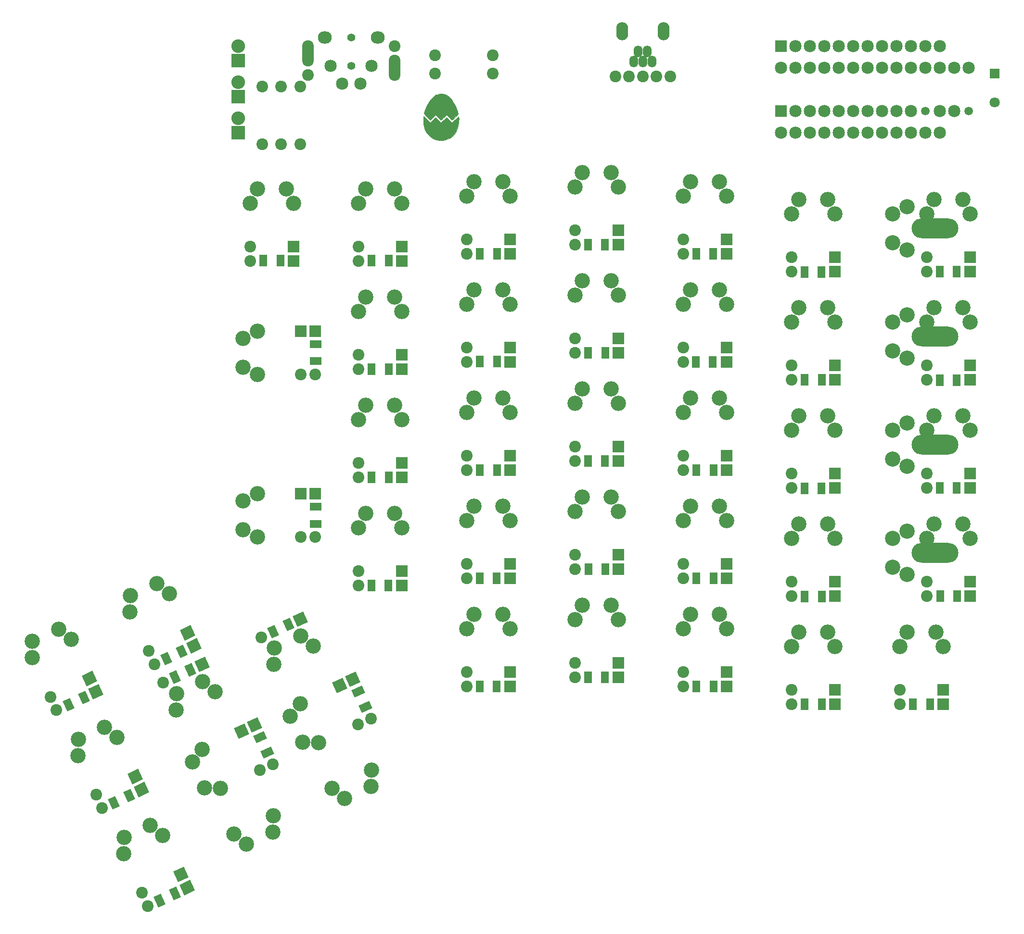
<source format=gbr>
G04 #@! TF.FileFunction,Soldermask,Bot*
%FSLAX46Y46*%
G04 Gerber Fmt 4.6, Leading zero omitted, Abs format (unit mm)*
G04 Created by KiCad (PCBNEW 4.0.6) date 04/09/17 10:00:18*
%MOMM*%
%LPD*%
G01*
G04 APERTURE LIST*
%ADD10C,0.150000*%
%ADD11C,0.010000*%
%ADD12C,2.000000*%
%ADD13C,2.692400*%
%ADD14C,2.057400*%
%ADD15R,1.806400X1.806400*%
%ADD16C,1.806400*%
%ADD17O,1.549400X2.057400*%
%ADD18O,2.108200X3.200400*%
%ADD19O,2.463800X2.159000*%
%ADD20C,2.159000*%
%ADD21C,1.397000*%
%ADD22R,2.406400X2.406400*%
%ADD23C,2.406400*%
%ADD24R,2.057400X2.057400*%
%ADD25C,2.689860*%
%ADD26C,2.687320*%
%ADD27O,8.242300X3.479800*%
%ADD28R,2.159000X2.159000*%
%ADD29C,1.498600*%
%ADD30R,1.406400X2.006400*%
%ADD31R,2.006400X1.406400*%
G04 APERTURE END LIST*
D10*
D11*
G36*
X99183192Y-47320749D02*
X99355496Y-47471896D01*
X99585028Y-47690626D01*
X99709662Y-47814662D01*
X100255099Y-48364991D01*
X100725892Y-47899110D01*
X101196686Y-47433229D01*
X102117314Y-48365437D01*
X102606824Y-47881036D01*
X103096333Y-47396634D01*
X103585617Y-47880812D01*
X104074901Y-48364991D01*
X104622168Y-47812815D01*
X104879655Y-47555134D01*
X105043757Y-47403991D01*
X105140200Y-47345563D01*
X105194705Y-47366027D01*
X105232997Y-47451559D01*
X105242395Y-47479518D01*
X105268149Y-47676765D01*
X105264912Y-47994978D01*
X105233458Y-48388429D01*
X105225922Y-48454768D01*
X105075863Y-49243278D01*
X104824193Y-49903450D01*
X104464865Y-50446739D01*
X103991828Y-50884600D01*
X103913474Y-50939995D01*
X103303500Y-51258689D01*
X102627834Y-51440699D01*
X101929874Y-51478653D01*
X101312351Y-51381896D01*
X100661233Y-51122623D01*
X100102315Y-50727823D01*
X99648299Y-50211484D01*
X99311888Y-49587589D01*
X99126107Y-48974666D01*
X99083130Y-48697577D01*
X99053160Y-48364729D01*
X99036857Y-48016682D01*
X99034881Y-47693996D01*
X99047892Y-47437230D01*
X99076549Y-47286944D01*
X99098279Y-47264333D01*
X99183192Y-47320749D01*
X99183192Y-47320749D01*
G37*
X99183192Y-47320749D02*
X99355496Y-47471896D01*
X99585028Y-47690626D01*
X99709662Y-47814662D01*
X100255099Y-48364991D01*
X100725892Y-47899110D01*
X101196686Y-47433229D01*
X102117314Y-48365437D01*
X102606824Y-47881036D01*
X103096333Y-47396634D01*
X103585617Y-47880812D01*
X104074901Y-48364991D01*
X104622168Y-47812815D01*
X104879655Y-47555134D01*
X105043757Y-47403991D01*
X105140200Y-47345563D01*
X105194705Y-47366027D01*
X105232997Y-47451559D01*
X105242395Y-47479518D01*
X105268149Y-47676765D01*
X105264912Y-47994978D01*
X105233458Y-48388429D01*
X105225922Y-48454768D01*
X105075863Y-49243278D01*
X104824193Y-49903450D01*
X104464865Y-50446739D01*
X103991828Y-50884600D01*
X103913474Y-50939995D01*
X103303500Y-51258689D01*
X102627834Y-51440699D01*
X101929874Y-51478653D01*
X101312351Y-51381896D01*
X100661233Y-51122623D01*
X100102315Y-50727823D01*
X99648299Y-50211484D01*
X99311888Y-49587589D01*
X99126107Y-48974666D01*
X99083130Y-48697577D01*
X99053160Y-48364729D01*
X99036857Y-48016682D01*
X99034881Y-47693996D01*
X99047892Y-47437230D01*
X99076549Y-47286944D01*
X99098279Y-47264333D01*
X99183192Y-47320749D01*
G36*
X102450398Y-43280467D02*
X102983045Y-43454025D01*
X103488349Y-43771545D01*
X103946173Y-44225659D01*
X104062180Y-44375014D01*
X104332838Y-44788000D01*
X104598212Y-45269623D01*
X104830397Y-45762805D01*
X105001494Y-46210464D01*
X105058826Y-46413886D01*
X105158995Y-46847840D01*
X104616948Y-47394749D01*
X104074901Y-47941657D01*
X103096333Y-46973301D01*
X102606824Y-47457702D01*
X102117314Y-47942104D01*
X101196686Y-47009896D01*
X100255276Y-47941482D01*
X99673073Y-47354784D01*
X99090870Y-46768085D01*
X99322551Y-46106043D01*
X99618791Y-45395940D01*
X99981319Y-44749940D01*
X100391339Y-44192766D01*
X100830060Y-43749140D01*
X101278687Y-43443785D01*
X101383625Y-43394719D01*
X101910545Y-43258242D01*
X102450398Y-43280467D01*
X102450398Y-43280467D01*
G37*
X102450398Y-43280467D02*
X102983045Y-43454025D01*
X103488349Y-43771545D01*
X103946173Y-44225659D01*
X104062180Y-44375014D01*
X104332838Y-44788000D01*
X104598212Y-45269623D01*
X104830397Y-45762805D01*
X105001494Y-46210464D01*
X105058826Y-46413886D01*
X105158995Y-46847840D01*
X104616948Y-47394749D01*
X104074901Y-47941657D01*
X103096333Y-46973301D01*
X102606824Y-47457702D01*
X102117314Y-47942104D01*
X101196686Y-47009896D01*
X100255276Y-47941482D01*
X99673073Y-47354784D01*
X99090870Y-46768085D01*
X99322551Y-46106043D01*
X99618791Y-45395940D01*
X99981319Y-44749940D01*
X100391339Y-44192766D01*
X100830060Y-43749140D01*
X101278687Y-43443785D01*
X101383625Y-43394719D01*
X101910545Y-43258242D01*
X102450398Y-43280467D01*
D12*
X93980000Y-40005000D02*
X93980000Y-37465000D01*
X78740000Y-37465000D02*
X78740000Y-34925000D01*
D13*
X52118441Y-129541946D03*
X47436837Y-134527594D03*
X54342902Y-131307243D03*
X47514397Y-131688847D03*
D14*
X50657188Y-141433659D03*
D10*
G36*
X57065682Y-139580374D02*
X56196187Y-137715737D01*
X58060824Y-136846242D01*
X58930319Y-138710879D01*
X57065682Y-139580374D01*
X57065682Y-139580374D01*
G37*
D14*
X51730638Y-143735681D03*
D10*
G36*
X58139133Y-141882396D02*
X57269638Y-140017759D01*
X59134275Y-139148264D01*
X60003770Y-141012901D01*
X58139133Y-141882396D01*
X58139133Y-141882396D01*
G37*
D15*
X199517000Y-39751000D03*
D16*
X199517000Y-44751000D03*
D17*
X136042400Y-37553900D03*
X136842500Y-35806380D03*
X137642600Y-37553900D03*
X138442700Y-35806380D03*
X139242800Y-37553900D03*
D18*
X141290040Y-32230060D03*
X133995160Y-32230060D03*
D14*
X135229600Y-40259000D03*
X132816600Y-40259000D03*
X137642600Y-40259000D03*
X142468600Y-40259000D03*
X140055600Y-40259000D03*
D19*
X90957400Y-33375600D03*
D20*
X82702400Y-38379400D03*
X87909400Y-41478200D03*
D19*
X81661000Y-33375600D03*
D20*
X84709000Y-41478200D03*
X89916000Y-38379400D03*
D21*
X86309200Y-33375600D03*
X86309200Y-38379400D03*
D14*
X93980000Y-40005000D03*
X93980000Y-37465000D03*
X93980000Y-34925000D03*
X78740000Y-40005000D03*
X78740000Y-37465000D03*
X78740000Y-34925000D03*
D22*
X66465000Y-37465000D03*
D23*
X66465000Y-34925000D03*
D22*
X66465000Y-43765000D03*
D23*
X66465000Y-41225000D03*
D22*
X66465000Y-50165000D03*
D23*
X66465000Y-47625000D03*
D14*
X101085000Y-36465000D03*
X111245000Y-36465000D03*
X101092000Y-39751000D03*
X111252000Y-39751000D03*
X70665000Y-41985000D03*
X70665000Y-52145000D03*
X73965000Y-41985000D03*
X73965000Y-52145000D03*
X77365000Y-41985000D03*
X77365000Y-52145000D03*
D13*
X34854061Y-137591206D03*
X30172457Y-142576854D03*
X37078522Y-139356503D03*
X30250017Y-139738107D03*
D14*
X33392808Y-149482919D03*
D10*
G36*
X39801302Y-147629634D02*
X38931807Y-145764997D01*
X40796444Y-144895502D01*
X41665939Y-146760139D01*
X39801302Y-147629634D01*
X39801302Y-147629634D01*
G37*
D14*
X34466258Y-151784941D03*
D10*
G36*
X40874753Y-149931656D02*
X40005258Y-148067019D01*
X41869895Y-147197524D01*
X42739390Y-149062161D01*
X40874753Y-149931656D01*
X40874753Y-149931656D01*
G37*
D13*
X42903321Y-154855586D03*
X38221717Y-159841234D03*
X45127782Y-156620883D03*
X38299277Y-157002487D03*
D14*
X41442068Y-166747299D03*
D10*
G36*
X47850562Y-164894014D02*
X46981067Y-163029377D01*
X48845704Y-162159882D01*
X49715199Y-164024519D01*
X47850562Y-164894014D01*
X47850562Y-164894014D01*
G37*
D14*
X42515518Y-169049321D03*
D10*
G36*
X48924013Y-167196036D02*
X48054518Y-165331399D01*
X49919155Y-164461904D01*
X50788650Y-166326541D01*
X48924013Y-167196036D01*
X48924013Y-167196036D01*
G37*
D13*
X75625366Y-152910359D03*
X80611014Y-157591963D03*
X77390663Y-150685898D03*
X77772267Y-157514403D03*
D14*
X87517079Y-154371612D03*
D10*
G36*
X85663794Y-147963118D02*
X83799157Y-148832613D01*
X82929662Y-146967976D01*
X84794299Y-146098481D01*
X85663794Y-147963118D01*
X85663794Y-147963118D01*
G37*
D14*
X89819101Y-153298162D03*
D10*
G36*
X87965816Y-146889667D02*
X86101179Y-147759162D01*
X85231684Y-145894525D01*
X87096321Y-145025030D01*
X87965816Y-146889667D01*
X87965816Y-146889667D01*
G37*
D13*
X58360986Y-160962159D03*
X63346634Y-165643763D03*
X60126283Y-158737698D03*
X60507887Y-165566203D03*
D14*
X70252699Y-162423412D03*
D10*
G36*
X68399414Y-156014918D02*
X66534777Y-156884413D01*
X65665282Y-155019776D01*
X67529919Y-154150281D01*
X68399414Y-156014918D01*
X68399414Y-156014918D01*
G37*
D14*
X72554721Y-161349962D03*
D10*
G36*
X70701436Y-154941467D02*
X68836799Y-155810962D01*
X67967304Y-153946325D01*
X69831941Y-153076830D01*
X70701436Y-154941467D01*
X70701436Y-154941467D01*
G37*
D13*
X50955121Y-172122506D03*
X46273517Y-177108154D03*
X53179582Y-173887803D03*
X46351077Y-174269407D03*
D14*
X49493868Y-184014219D03*
D10*
G36*
X55902362Y-182160934D02*
X55032867Y-180296297D01*
X56897504Y-179426802D01*
X57766999Y-181291439D01*
X55902362Y-182160934D01*
X55902362Y-182160934D01*
G37*
D14*
X50567318Y-186316241D03*
D10*
G36*
X56975813Y-184462956D02*
X56106318Y-182598319D01*
X57970955Y-181728824D01*
X58840450Y-183593461D01*
X56975813Y-184462956D01*
X56975813Y-184462956D01*
G37*
D13*
X113030000Y-134947660D03*
X106680000Y-137487660D03*
X114300000Y-137487660D03*
X107950000Y-134947660D03*
D14*
X106680000Y-145107660D03*
D24*
X114300000Y-145107660D03*
D14*
X106680000Y-147647660D03*
D24*
X114300000Y-147647660D03*
D13*
X132080000Y-133350000D03*
X125730000Y-135890000D03*
X133350000Y-135890000D03*
X127000000Y-133350000D03*
D14*
X125730000Y-143510000D03*
D24*
X133350000Y-143510000D03*
D14*
X125730000Y-146050000D03*
D24*
X133350000Y-146050000D03*
D13*
X151130000Y-134947660D03*
X144780000Y-137487660D03*
X152400000Y-137487660D03*
X146050000Y-134947660D03*
D14*
X144780000Y-145107660D03*
D24*
X152400000Y-145107660D03*
D14*
X144780000Y-147647660D03*
D24*
X152400000Y-147647660D03*
D13*
X170180000Y-138122660D03*
X163830000Y-140662660D03*
X171450000Y-140662660D03*
X165100000Y-138122660D03*
D14*
X163830000Y-148282660D03*
D24*
X171450000Y-148282660D03*
D14*
X163830000Y-150822660D03*
D24*
X171450000Y-150822660D03*
D13*
X189230000Y-138122660D03*
X182880000Y-140662660D03*
X190500000Y-140662660D03*
X184150000Y-138122660D03*
D14*
X182880000Y-148282660D03*
D24*
X190500000Y-148282660D03*
D14*
X182880000Y-150822660D03*
D24*
X190500000Y-150822660D03*
D13*
X67310000Y-114945160D03*
X69850000Y-121295160D03*
X69850000Y-113675160D03*
X67310000Y-120025160D03*
D14*
X77470000Y-121295160D03*
D24*
X77470000Y-113675160D03*
D14*
X80010000Y-121295160D03*
D24*
X80010000Y-113675160D03*
D13*
X93980000Y-117167660D03*
X87630000Y-119707660D03*
X95250000Y-119707660D03*
X88900000Y-117167660D03*
D14*
X87630000Y-127327660D03*
D24*
X95250000Y-127327660D03*
D14*
X87630000Y-129867660D03*
D24*
X95250000Y-129867660D03*
D13*
X113030000Y-115897660D03*
X106680000Y-118437660D03*
X114300000Y-118437660D03*
X107950000Y-115897660D03*
D14*
X106680000Y-126057660D03*
D24*
X114300000Y-126057660D03*
D14*
X106680000Y-128597660D03*
D24*
X114300000Y-128597660D03*
D13*
X132080000Y-114300000D03*
X125730000Y-116840000D03*
X133350000Y-116840000D03*
X127000000Y-114300000D03*
D14*
X125730000Y-124460000D03*
D24*
X133350000Y-124460000D03*
D14*
X125730000Y-127000000D03*
D24*
X133350000Y-127000000D03*
D13*
X151130000Y-115897660D03*
X144780000Y-118437660D03*
X152400000Y-118437660D03*
X146050000Y-115897660D03*
D14*
X144780000Y-126057660D03*
D24*
X152400000Y-126057660D03*
D14*
X144780000Y-128597660D03*
D24*
X152400000Y-128597660D03*
D13*
X170180000Y-119072660D03*
X163830000Y-121612660D03*
X171450000Y-121612660D03*
X165100000Y-119072660D03*
D14*
X163830000Y-129232660D03*
D24*
X171450000Y-129232660D03*
D14*
X163830000Y-131772660D03*
D24*
X171450000Y-131772660D03*
D13*
X93980000Y-98117660D03*
X87630000Y-100657660D03*
X95250000Y-100657660D03*
X88900000Y-98117660D03*
D14*
X87630000Y-108277660D03*
D24*
X95250000Y-108277660D03*
D14*
X87630000Y-110817660D03*
D24*
X95250000Y-110817660D03*
D13*
X113030000Y-96847660D03*
X106680000Y-99387660D03*
X114300000Y-99387660D03*
X107950000Y-96847660D03*
D14*
X106680000Y-107007660D03*
D24*
X114300000Y-107007660D03*
D14*
X106680000Y-109547660D03*
D24*
X114300000Y-109547660D03*
D13*
X132080000Y-95250000D03*
X125730000Y-97790000D03*
X133350000Y-97790000D03*
X127000000Y-95250000D03*
D14*
X125730000Y-105410000D03*
D24*
X133350000Y-105410000D03*
D14*
X125730000Y-107950000D03*
D24*
X133350000Y-107950000D03*
D13*
X151130000Y-96847660D03*
X144780000Y-99387660D03*
X152400000Y-99387660D03*
X146050000Y-96847660D03*
D14*
X144780000Y-107007660D03*
D24*
X152400000Y-107007660D03*
D14*
X144780000Y-109547660D03*
D24*
X152400000Y-109547660D03*
D13*
X170180000Y-100022660D03*
X163830000Y-102562660D03*
X171450000Y-102562660D03*
X165100000Y-100022660D03*
D14*
X163830000Y-110182660D03*
D24*
X171450000Y-110182660D03*
D14*
X163830000Y-112722660D03*
D24*
X171450000Y-112722660D03*
D13*
X67310000Y-86370160D03*
X69850000Y-92720160D03*
X69850000Y-85100160D03*
X67310000Y-91450160D03*
D14*
X77470000Y-92720160D03*
D24*
X77470000Y-85100160D03*
D14*
X80010000Y-92720160D03*
D24*
X80010000Y-85100160D03*
D13*
X93980000Y-79067660D03*
X87630000Y-81607660D03*
X95250000Y-81607660D03*
X88900000Y-79067660D03*
D14*
X87630000Y-89227660D03*
D24*
X95250000Y-89227660D03*
D14*
X87630000Y-91767660D03*
D24*
X95250000Y-91767660D03*
D13*
X113030000Y-77797660D03*
X106680000Y-80337660D03*
X114300000Y-80337660D03*
X107950000Y-77797660D03*
D14*
X106680000Y-87957660D03*
D24*
X114300000Y-87957660D03*
D14*
X106680000Y-90497660D03*
D24*
X114300000Y-90497660D03*
D13*
X132080000Y-76200000D03*
X125730000Y-78740000D03*
X133350000Y-78740000D03*
X127000000Y-76200000D03*
D14*
X125730000Y-86360000D03*
D24*
X133350000Y-86360000D03*
D14*
X125730000Y-88900000D03*
D24*
X133350000Y-88900000D03*
D13*
X151130000Y-77797660D03*
X144780000Y-80337660D03*
X152400000Y-80337660D03*
X146050000Y-77797660D03*
D14*
X144780000Y-87957660D03*
D24*
X152400000Y-87957660D03*
D14*
X144780000Y-90497660D03*
D24*
X152400000Y-90497660D03*
D13*
X170180000Y-80972660D03*
X163830000Y-83512660D03*
X171450000Y-83512660D03*
X165100000Y-80972660D03*
D14*
X163830000Y-91132660D03*
D24*
X171450000Y-91132660D03*
D14*
X163830000Y-93672660D03*
D24*
X171450000Y-93672660D03*
D13*
X193992500Y-80972660D03*
X187642500Y-83512660D03*
D25*
X195262500Y-83512660D03*
D13*
X188912500Y-80972660D03*
D14*
X187642500Y-91132660D03*
D24*
X195262500Y-91132660D03*
D14*
X187642500Y-93672660D03*
D24*
X195262500Y-93672660D03*
D26*
X181610000Y-83512660D03*
X184150000Y-82242660D03*
X184150000Y-89862660D03*
X181610000Y-88592660D03*
D27*
X189069980Y-86052660D03*
D13*
X74930000Y-60020200D03*
X68580000Y-62560200D03*
X76200000Y-62560200D03*
X69850000Y-60020200D03*
D14*
X68580000Y-70180200D03*
D24*
X76200000Y-70180200D03*
D14*
X68580000Y-72720200D03*
D24*
X76200000Y-72720200D03*
D13*
X93980000Y-60020200D03*
X87630000Y-62560200D03*
X95250000Y-62560200D03*
X88900000Y-60020200D03*
D14*
X87630000Y-70180200D03*
D24*
X95250000Y-70180200D03*
D14*
X87630000Y-72720200D03*
D24*
X95250000Y-72720200D03*
D13*
X113030000Y-58747660D03*
X106680000Y-61287660D03*
X114300000Y-61287660D03*
X107950000Y-58747660D03*
D14*
X106680000Y-68907660D03*
D24*
X114300000Y-68907660D03*
D14*
X106680000Y-71447660D03*
D24*
X114300000Y-71447660D03*
D13*
X132080000Y-57150000D03*
X125730000Y-59690000D03*
X133350000Y-59690000D03*
X127000000Y-57150000D03*
D14*
X125730000Y-67310000D03*
D24*
X133350000Y-67310000D03*
D14*
X125730000Y-69850000D03*
D24*
X133350000Y-69850000D03*
D13*
X151130000Y-58747660D03*
X144780000Y-61287660D03*
X152400000Y-61287660D03*
X146050000Y-58747660D03*
D14*
X144780000Y-68907660D03*
D24*
X152400000Y-68907660D03*
D14*
X144780000Y-71447660D03*
D24*
X152400000Y-71447660D03*
D13*
X170180000Y-61925200D03*
X163830000Y-64465200D03*
X171450000Y-64465200D03*
X165100000Y-61925200D03*
D14*
X163830000Y-72085200D03*
D24*
X171450000Y-72085200D03*
D14*
X163830000Y-74625200D03*
D24*
X171450000Y-74625200D03*
D13*
X193992500Y-61925200D03*
X187642500Y-64465200D03*
D25*
X195262500Y-64465200D03*
D13*
X188912500Y-61925200D03*
D14*
X187642500Y-72085200D03*
D24*
X195262500Y-72085200D03*
D14*
X187642500Y-74625200D03*
D24*
X195262500Y-74625200D03*
D26*
X181610000Y-64465200D03*
X184150000Y-63195200D03*
X184150000Y-70815200D03*
X181610000Y-69545200D03*
D27*
X189069980Y-67005200D03*
D13*
X85176179Y-167376434D03*
X89857783Y-162390786D03*
X82951718Y-165611137D03*
X89780223Y-165229533D03*
X67909259Y-175425694D03*
X72590863Y-170440046D03*
X65684798Y-173660397D03*
X72513303Y-173278793D03*
D28*
X161925000Y-34925000D03*
D20*
X164465000Y-34925000D03*
X167005000Y-34925000D03*
X169545000Y-34925000D03*
X172085000Y-34925000D03*
X174625000Y-34925000D03*
X177165000Y-34925000D03*
X179705000Y-34925000D03*
X182245000Y-34925000D03*
X184785000Y-34925000D03*
X187325000Y-34925000D03*
X189865000Y-34925000D03*
X189865000Y-50165000D03*
X187325000Y-50165000D03*
X184785000Y-50165000D03*
X182245000Y-50165000D03*
X179705000Y-50165000D03*
X177165000Y-50165000D03*
X174625000Y-50165000D03*
X167005000Y-50165000D03*
X164465000Y-50165000D03*
X161925000Y-50165000D03*
X172085000Y-50165000D03*
X169545000Y-50165000D03*
X164450000Y-46330000D03*
X166990000Y-46330000D03*
X169530000Y-46330000D03*
X172070000Y-46330000D03*
X174610000Y-46330000D03*
X177150000Y-46330000D03*
X179690000Y-46330000D03*
X182230000Y-46330000D03*
X184770000Y-46330000D03*
D29*
X187310000Y-46330000D03*
D20*
X189850000Y-46330000D03*
X192390000Y-46330000D03*
D29*
X194930000Y-46330000D03*
D28*
X161910000Y-46330000D03*
D20*
X194930000Y-38710000D03*
X192390000Y-38710000D03*
X189850000Y-38710000D03*
X187310000Y-38710000D03*
X184770000Y-38710000D03*
X182230000Y-38710000D03*
X179690000Y-38710000D03*
X177150000Y-38710000D03*
X174610000Y-38710000D03*
X172070000Y-38710000D03*
X169530000Y-38710000D03*
X166990000Y-38710000D03*
X164450000Y-38710000D03*
X161910000Y-38710000D03*
D13*
X60170241Y-146806326D03*
X55488637Y-151791974D03*
X62394702Y-148571623D03*
X55566197Y-148953227D03*
X77434621Y-138754526D03*
X72753017Y-143740174D03*
X79659082Y-140519823D03*
X72830577Y-140901427D03*
X193992500Y-119072660D03*
X187642500Y-121612660D03*
D25*
X195262500Y-121612660D03*
D13*
X188912500Y-119072660D03*
D14*
X187642500Y-129232660D03*
D24*
X195262500Y-129232660D03*
D14*
X187642500Y-131772660D03*
D24*
X195262500Y-131772660D03*
D26*
X181610000Y-121612660D03*
X184150000Y-120342660D03*
X184150000Y-127962660D03*
X181610000Y-126692660D03*
D27*
X189069980Y-124152660D03*
D13*
X193992500Y-100022660D03*
X187642500Y-102562660D03*
D25*
X195262500Y-102562660D03*
D13*
X188912500Y-100022660D03*
D14*
X187642500Y-110182660D03*
D24*
X195262500Y-110182660D03*
D14*
X187642500Y-112722660D03*
D24*
X195262500Y-112722660D03*
D26*
X181610000Y-102562660D03*
X184150000Y-101292660D03*
X184150000Y-108912660D03*
X181610000Y-107642660D03*
D27*
X189069980Y-105102660D03*
D30*
X70864600Y-72669400D03*
X73864600Y-72669400D03*
D31*
X80035400Y-90374600D03*
X80035400Y-87374600D03*
X80035400Y-119025800D03*
X80035400Y-116025800D03*
D10*
G36*
X55094593Y-147204520D02*
X54246652Y-145386104D01*
X55521283Y-144791734D01*
X56369224Y-146610150D01*
X55094593Y-147204520D01*
X55094593Y-147204520D01*
G37*
G36*
X57813517Y-145936666D02*
X56965576Y-144118250D01*
X58240207Y-143523880D01*
X59088148Y-145342296D01*
X57813517Y-145936666D01*
X57813517Y-145936666D01*
G37*
G36*
X36400193Y-152081320D02*
X35552252Y-150262904D01*
X36826883Y-149668534D01*
X37674824Y-151486950D01*
X36400193Y-152081320D01*
X36400193Y-152081320D01*
G37*
G36*
X39119117Y-150813466D02*
X38271176Y-148995050D01*
X39545807Y-148400680D01*
X40393748Y-150219096D01*
X39119117Y-150813466D01*
X39119117Y-150813466D01*
G37*
D30*
X89914600Y-72669400D03*
X92914600Y-72669400D03*
X89914600Y-91770200D03*
X92914600Y-91770200D03*
X89914600Y-110871000D03*
X92914600Y-110871000D03*
X89863800Y-129870200D03*
X92863800Y-129870200D03*
D10*
G36*
X72366593Y-139228920D02*
X71518652Y-137410504D01*
X72793283Y-136816134D01*
X73641224Y-138634550D01*
X72366593Y-139228920D01*
X72366593Y-139228920D01*
G37*
G36*
X75085517Y-137961066D02*
X74237576Y-136142650D01*
X75512207Y-135548280D01*
X76360148Y-137366696D01*
X75085517Y-137961066D01*
X75085517Y-137961066D01*
G37*
G36*
X53570593Y-143953320D02*
X52722652Y-142134904D01*
X53997283Y-141540534D01*
X54845224Y-143358950D01*
X53570593Y-143953320D01*
X53570593Y-143953320D01*
G37*
G36*
X56289517Y-142685466D02*
X55441576Y-140867050D01*
X56716207Y-140272680D01*
X57564148Y-142091096D01*
X56289517Y-142685466D01*
X56289517Y-142685466D01*
G37*
D30*
X108964600Y-71450200D03*
X111964600Y-71450200D03*
X108964600Y-90449400D03*
X111964600Y-90449400D03*
X108964600Y-109550200D03*
X111964600Y-109550200D03*
X108913800Y-128600200D03*
X111913800Y-128600200D03*
X108913800Y-147650200D03*
X111913800Y-147650200D03*
D10*
G36*
X44375793Y-169353320D02*
X43527852Y-167534904D01*
X44802483Y-166940534D01*
X45650424Y-168758950D01*
X44375793Y-169353320D01*
X44375793Y-169353320D01*
G37*
G36*
X47094717Y-168085466D02*
X46246776Y-166267050D01*
X47521407Y-165672680D01*
X48369348Y-167491096D01*
X47094717Y-168085466D01*
X47094717Y-168085466D01*
G37*
D30*
X127963800Y-69824600D03*
X130963800Y-69824600D03*
X128014600Y-88925400D03*
X131014600Y-88925400D03*
X127963800Y-107975400D03*
X130963800Y-107975400D03*
X128065400Y-126974600D03*
X131065400Y-126974600D03*
X127963800Y-146075400D03*
X130963800Y-146075400D03*
D10*
G36*
X90054520Y-151509007D02*
X88236104Y-152356948D01*
X87641734Y-151082317D01*
X89460150Y-150234376D01*
X90054520Y-151509007D01*
X90054520Y-151509007D01*
G37*
G36*
X88786666Y-148790083D02*
X86968250Y-149638024D01*
X86373880Y-148363393D01*
X88192296Y-147515452D01*
X88786666Y-148790083D01*
X88786666Y-148790083D01*
G37*
D30*
X147013800Y-71450200D03*
X150013800Y-71450200D03*
X146963000Y-90500200D03*
X149963000Y-90500200D03*
X147064600Y-109550200D03*
X150064600Y-109550200D03*
X147064600Y-128600200D03*
X150064600Y-128600200D03*
X147064600Y-147650200D03*
X150064600Y-147650200D03*
D10*
G36*
X72782520Y-159535407D02*
X70964104Y-160383348D01*
X70369734Y-159108717D01*
X72188150Y-158260776D01*
X72782520Y-159535407D01*
X72782520Y-159535407D01*
G37*
G36*
X71514666Y-156816483D02*
X69696250Y-157664424D01*
X69101880Y-156389793D01*
X70920296Y-155541852D01*
X71514666Y-156816483D01*
X71514666Y-156816483D01*
G37*
D30*
X166063800Y-74650600D03*
X169063800Y-74650600D03*
X166114600Y-93649800D03*
X169114600Y-93649800D03*
X166063800Y-112750600D03*
X169063800Y-112750600D03*
X166114600Y-131800600D03*
X169114600Y-131800600D03*
X166114600Y-150799800D03*
X169114600Y-150799800D03*
D10*
G36*
X52402193Y-186574520D02*
X51554252Y-184756104D01*
X52828883Y-184161734D01*
X53676824Y-185980150D01*
X52402193Y-186574520D01*
X52402193Y-186574520D01*
G37*
G36*
X55121117Y-185306666D02*
X54273176Y-183488250D01*
X55547807Y-182893880D01*
X56395748Y-184712296D01*
X55121117Y-185306666D01*
X55121117Y-185306666D01*
G37*
D30*
X189889000Y-74599800D03*
X192889000Y-74599800D03*
X189889000Y-93700600D03*
X192889000Y-93700600D03*
X189889000Y-112699800D03*
X192889000Y-112699800D03*
X189939800Y-131749800D03*
X192939800Y-131749800D03*
X185164600Y-150799800D03*
X188164600Y-150799800D03*
D14*
X53214367Y-146974376D03*
D10*
G36*
X59622862Y-145121090D02*
X58753367Y-143256453D01*
X60618004Y-142386958D01*
X61487499Y-144251595D01*
X59622862Y-145121090D01*
X59622862Y-145121090D01*
G37*
D14*
X70486367Y-138998776D03*
D10*
G36*
X76894862Y-137145490D02*
X76025367Y-135280853D01*
X77890004Y-134411358D01*
X78759499Y-136275995D01*
X76894862Y-137145490D01*
X76894862Y-137145490D01*
G37*
M02*

</source>
